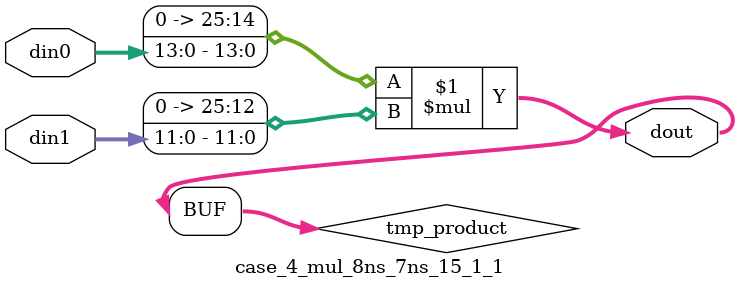
<source format=v>

`timescale 1 ns / 1 ps

 (* use_dsp = "no" *)  module case_4_mul_8ns_7ns_15_1_1(din0, din1, dout);
parameter ID = 1;
parameter NUM_STAGE = 0;
parameter din0_WIDTH = 14;
parameter din1_WIDTH = 12;
parameter dout_WIDTH = 26;

input [din0_WIDTH - 1 : 0] din0; 
input [din1_WIDTH - 1 : 0] din1; 
output [dout_WIDTH - 1 : 0] dout;

wire signed [dout_WIDTH - 1 : 0] tmp_product;
























assign tmp_product = $signed({1'b0, din0}) * $signed({1'b0, din1});











assign dout = tmp_product;





















endmodule

</source>
